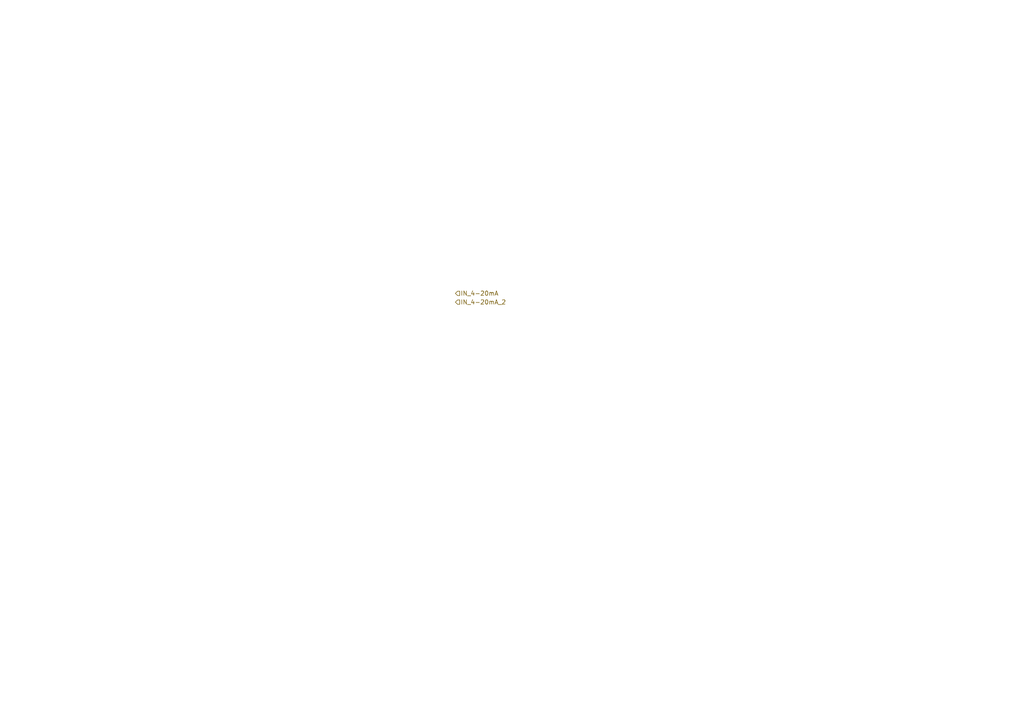
<source format=kicad_sch>
(kicad_sch
	(version 20250114)
	(generator "eeschema")
	(generator_version "9.0")
	(uuid "7d3046f9-47a7-4c27-9d94-683e43e4f2b9")
	(paper "A4")
	(lib_symbols)
	(hierarchical_label "IN_4-20mA"
		(shape input)
		(at 132.08 85.09 0)
		(effects
			(font
				(size 1.27 1.27)
			)
			(justify left)
		)
		(uuid "2cefa765-49f5-4826-b723-8c3e876f3ee2")
	)
	(hierarchical_label "IN_4-20mA_2"
		(shape input)
		(at 132.08 87.63 0)
		(effects
			(font
				(size 1.27 1.27)
			)
			(justify left)
		)
		(uuid "e3e03677-ad03-487d-be49-318bf990423a")
	)
)

</source>
